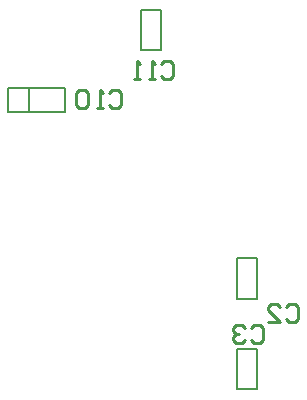
<source format=gbo>
G04*
G04 #@! TF.GenerationSoftware,Altium Limited,Altium Designer,21.2.0 (30)*
G04*
G04 Layer_Color=32896*
%FSLAX25Y25*%
%MOIN*%
G70*
G04*
G04 #@! TF.SameCoordinates,24C036CF-A714-49DE-BC46-324F11CC7487*
G04*
G04*
G04 #@! TF.FilePolarity,Positive*
G04*
G01*
G75*
%ADD10C,0.00787*%
%ADD15C,0.01000*%
D10*
X93799Y73228D02*
Y86614D01*
X100295Y73228D02*
Y86614D01*
X93799D02*
X100295D01*
X93799Y73228D02*
X100295D01*
X17520Y135433D02*
X36417D01*
Y143307D01*
X17520D02*
X36417D01*
X17520Y135433D02*
Y143307D01*
X24213Y135433D02*
Y143307D01*
X61713Y169390D02*
X68209D01*
X61713Y156004D02*
X68209D01*
X61713D02*
Y169390D01*
X68209Y156004D02*
Y169390D01*
X93799Y43012D02*
X100295D01*
X93799Y56398D02*
X100295D01*
Y43012D02*
Y56398D01*
X93799Y43012D02*
Y56398D01*
D15*
X110055Y70602D02*
X111055Y71601D01*
X113054D01*
X114053Y70602D01*
Y66603D01*
X113054Y65603D01*
X111055D01*
X110055Y66603D01*
X104057Y65603D02*
X108055D01*
X104057Y69602D01*
Y70602D01*
X105056Y71601D01*
X107056D01*
X108055Y70602D01*
X68247Y151310D02*
X69247Y152310D01*
X71246D01*
X72246Y151310D01*
Y147312D01*
X71246Y146312D01*
X69247D01*
X68247Y147312D01*
X66248Y146312D02*
X64249D01*
X65248D01*
Y152310D01*
X66248Y151310D01*
X61250Y146312D02*
X59250D01*
X60250D01*
Y152310D01*
X61250Y151310D01*
X50940Y141763D02*
X51939Y142763D01*
X53939D01*
X54939Y141763D01*
Y137764D01*
X53939Y136765D01*
X51939D01*
X50940Y137764D01*
X48940Y136765D02*
X46941D01*
X47941D01*
Y142763D01*
X48940Y141763D01*
X43942D02*
X42942Y142763D01*
X40943D01*
X39943Y141763D01*
Y137764D01*
X40943Y136765D01*
X42942D01*
X43942Y137764D01*
Y141763D01*
X98441Y63318D02*
X99440Y64318D01*
X101440D01*
X102439Y63318D01*
Y59320D01*
X101440Y58320D01*
X99440D01*
X98441Y59320D01*
X96441Y63318D02*
X95442Y64318D01*
X93442D01*
X92443Y63318D01*
Y62319D01*
X93442Y61319D01*
X94442D01*
X93442D01*
X92443Y60319D01*
Y59320D01*
X93442Y58320D01*
X95442D01*
X96441Y59320D01*
M02*

</source>
